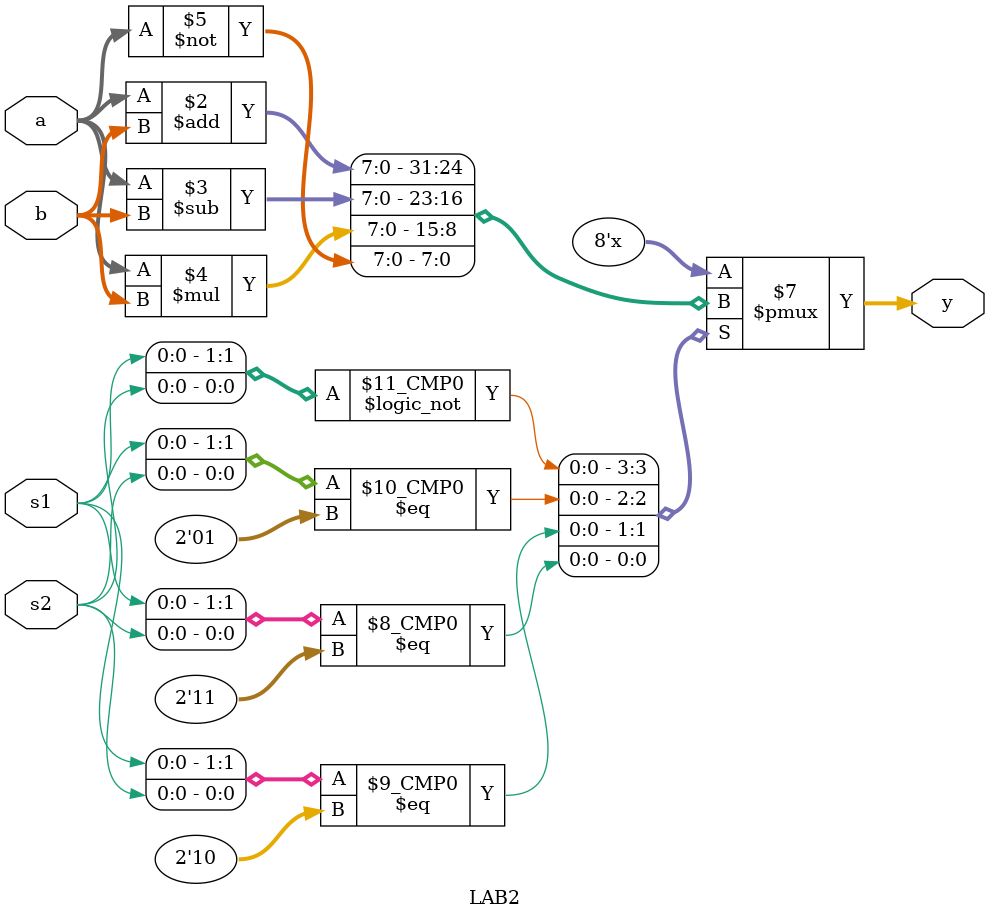
<source format=v>
module LAB2(
	input [7:0] a,b,
	input s1,s2,
	output reg [7:0] y
);
always@(a or b or s1 or s2)
begin 
	casez ({s1,s2})
	    2'b00: y=a+b;
		 2'b01: y=a-b;
		 2'b10: y=a*b;
		 2'b11: y=~a;
		 default: y=~a;
	endcase
end
endmodule

</source>
